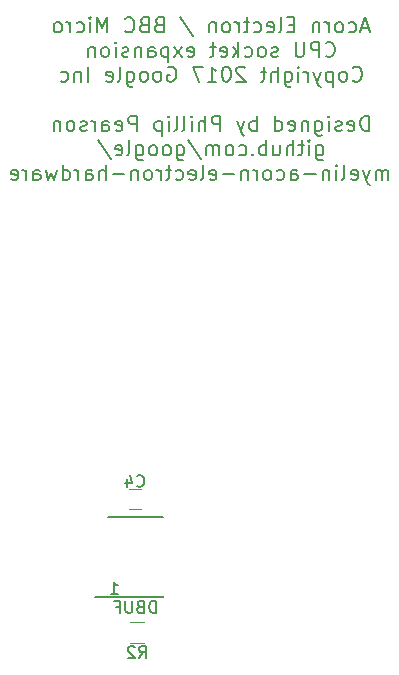
<source format=gbo>
G04 #@! TF.FileFunction,Legend,Bot*
%FSLAX46Y46*%
G04 Gerber Fmt 4.6, Leading zero omitted, Abs format (unit mm)*
G04 Created by KiCad (PCBNEW 4.0.6) date Saturday, October 28, 2017 'PMt' 04:50:48 PM*
%MOMM*%
%LPD*%
G01*
G04 APERTURE LIST*
%ADD10C,0.100000*%
%ADD11C,0.200000*%
%ADD12C,0.177800*%
%ADD13C,0.150000*%
%ADD14C,0.120000*%
G04 APERTURE END LIST*
D10*
D11*
X153354285Y-107222381D02*
X153925714Y-107222381D01*
X153640000Y-107222381D02*
X153640000Y-106222381D01*
X153735238Y-106365238D01*
X153830476Y-106460476D01*
X153925714Y-106508095D01*
D12*
X175194999Y-59343267D02*
X174590237Y-59343267D01*
X175315952Y-59706124D02*
X174892618Y-58436124D01*
X174469285Y-59706124D01*
X173501666Y-59645648D02*
X173622619Y-59706124D01*
X173864523Y-59706124D01*
X173985476Y-59645648D01*
X174045952Y-59585171D01*
X174106428Y-59464219D01*
X174106428Y-59101362D01*
X174045952Y-58980410D01*
X173985476Y-58919933D01*
X173864523Y-58859457D01*
X173622619Y-58859457D01*
X173501666Y-58919933D01*
X172775952Y-59706124D02*
X172896905Y-59645648D01*
X172957381Y-59585171D01*
X173017857Y-59464219D01*
X173017857Y-59101362D01*
X172957381Y-58980410D01*
X172896905Y-58919933D01*
X172775952Y-58859457D01*
X172594524Y-58859457D01*
X172473572Y-58919933D01*
X172413095Y-58980410D01*
X172352619Y-59101362D01*
X172352619Y-59464219D01*
X172413095Y-59585171D01*
X172473572Y-59645648D01*
X172594524Y-59706124D01*
X172775952Y-59706124D01*
X171808333Y-59706124D02*
X171808333Y-58859457D01*
X171808333Y-59101362D02*
X171747857Y-58980410D01*
X171687381Y-58919933D01*
X171566428Y-58859457D01*
X171445476Y-58859457D01*
X171022143Y-58859457D02*
X171022143Y-59706124D01*
X171022143Y-58980410D02*
X170961667Y-58919933D01*
X170840714Y-58859457D01*
X170659286Y-58859457D01*
X170538334Y-58919933D01*
X170477857Y-59040886D01*
X170477857Y-59706124D01*
X168905476Y-59040886D02*
X168482143Y-59040886D01*
X168300714Y-59706124D02*
X168905476Y-59706124D01*
X168905476Y-58436124D01*
X168300714Y-58436124D01*
X167574999Y-59706124D02*
X167695952Y-59645648D01*
X167756428Y-59524695D01*
X167756428Y-58436124D01*
X166607381Y-59645648D02*
X166728333Y-59706124D01*
X166970238Y-59706124D01*
X167091190Y-59645648D01*
X167151666Y-59524695D01*
X167151666Y-59040886D01*
X167091190Y-58919933D01*
X166970238Y-58859457D01*
X166728333Y-58859457D01*
X166607381Y-58919933D01*
X166546904Y-59040886D01*
X166546904Y-59161838D01*
X167151666Y-59282790D01*
X165458333Y-59645648D02*
X165579286Y-59706124D01*
X165821190Y-59706124D01*
X165942143Y-59645648D01*
X166002619Y-59585171D01*
X166063095Y-59464219D01*
X166063095Y-59101362D01*
X166002619Y-58980410D01*
X165942143Y-58919933D01*
X165821190Y-58859457D01*
X165579286Y-58859457D01*
X165458333Y-58919933D01*
X165095477Y-58859457D02*
X164611667Y-58859457D01*
X164914048Y-58436124D02*
X164914048Y-59524695D01*
X164853572Y-59645648D01*
X164732619Y-59706124D01*
X164611667Y-59706124D01*
X164188334Y-59706124D02*
X164188334Y-58859457D01*
X164188334Y-59101362D02*
X164127858Y-58980410D01*
X164067382Y-58919933D01*
X163946429Y-58859457D01*
X163825477Y-58859457D01*
X163220715Y-59706124D02*
X163341668Y-59645648D01*
X163402144Y-59585171D01*
X163462620Y-59464219D01*
X163462620Y-59101362D01*
X163402144Y-58980410D01*
X163341668Y-58919933D01*
X163220715Y-58859457D01*
X163039287Y-58859457D01*
X162918335Y-58919933D01*
X162857858Y-58980410D01*
X162797382Y-59101362D01*
X162797382Y-59464219D01*
X162857858Y-59585171D01*
X162918335Y-59645648D01*
X163039287Y-59706124D01*
X163220715Y-59706124D01*
X162253096Y-58859457D02*
X162253096Y-59706124D01*
X162253096Y-58980410D02*
X162192620Y-58919933D01*
X162071667Y-58859457D01*
X161890239Y-58859457D01*
X161769287Y-58919933D01*
X161708810Y-59040886D01*
X161708810Y-59706124D01*
X159229286Y-58375648D02*
X160317858Y-60008505D01*
X157415001Y-59040886D02*
X157233572Y-59101362D01*
X157173096Y-59161838D01*
X157112620Y-59282790D01*
X157112620Y-59464219D01*
X157173096Y-59585171D01*
X157233572Y-59645648D01*
X157354525Y-59706124D01*
X157838334Y-59706124D01*
X157838334Y-58436124D01*
X157415001Y-58436124D01*
X157294048Y-58496600D01*
X157233572Y-58557076D01*
X157173096Y-58678029D01*
X157173096Y-58798981D01*
X157233572Y-58919933D01*
X157294048Y-58980410D01*
X157415001Y-59040886D01*
X157838334Y-59040886D01*
X156145001Y-59040886D02*
X155963572Y-59101362D01*
X155903096Y-59161838D01*
X155842620Y-59282790D01*
X155842620Y-59464219D01*
X155903096Y-59585171D01*
X155963572Y-59645648D01*
X156084525Y-59706124D01*
X156568334Y-59706124D01*
X156568334Y-58436124D01*
X156145001Y-58436124D01*
X156024048Y-58496600D01*
X155963572Y-58557076D01*
X155903096Y-58678029D01*
X155903096Y-58798981D01*
X155963572Y-58919933D01*
X156024048Y-58980410D01*
X156145001Y-59040886D01*
X156568334Y-59040886D01*
X154572620Y-59585171D02*
X154633096Y-59645648D01*
X154814525Y-59706124D01*
X154935477Y-59706124D01*
X155116905Y-59645648D01*
X155237858Y-59524695D01*
X155298334Y-59403743D01*
X155358810Y-59161838D01*
X155358810Y-58980410D01*
X155298334Y-58738505D01*
X155237858Y-58617552D01*
X155116905Y-58496600D01*
X154935477Y-58436124D01*
X154814525Y-58436124D01*
X154633096Y-58496600D01*
X154572620Y-58557076D01*
X153060715Y-59706124D02*
X153060715Y-58436124D01*
X152637382Y-59343267D01*
X152214048Y-58436124D01*
X152214048Y-59706124D01*
X151609286Y-59706124D02*
X151609286Y-58859457D01*
X151609286Y-58436124D02*
X151669762Y-58496600D01*
X151609286Y-58557076D01*
X151548810Y-58496600D01*
X151609286Y-58436124D01*
X151609286Y-58557076D01*
X150460238Y-59645648D02*
X150581191Y-59706124D01*
X150823095Y-59706124D01*
X150944048Y-59645648D01*
X151004524Y-59585171D01*
X151065000Y-59464219D01*
X151065000Y-59101362D01*
X151004524Y-58980410D01*
X150944048Y-58919933D01*
X150823095Y-58859457D01*
X150581191Y-58859457D01*
X150460238Y-58919933D01*
X149915953Y-59706124D02*
X149915953Y-58859457D01*
X149915953Y-59101362D02*
X149855477Y-58980410D01*
X149795001Y-58919933D01*
X149674048Y-58859457D01*
X149553096Y-58859457D01*
X148948334Y-59706124D02*
X149069287Y-59645648D01*
X149129763Y-59585171D01*
X149190239Y-59464219D01*
X149190239Y-59101362D01*
X149129763Y-58980410D01*
X149069287Y-58919933D01*
X148948334Y-58859457D01*
X148766906Y-58859457D01*
X148645954Y-58919933D01*
X148585477Y-58980410D01*
X148525001Y-59101362D01*
X148525001Y-59464219D01*
X148585477Y-59585171D01*
X148645954Y-59645648D01*
X148766906Y-59706124D01*
X148948334Y-59706124D01*
X171536190Y-61667971D02*
X171596666Y-61728448D01*
X171778095Y-61788924D01*
X171899047Y-61788924D01*
X172080475Y-61728448D01*
X172201428Y-61607495D01*
X172261904Y-61486543D01*
X172322380Y-61244638D01*
X172322380Y-61063210D01*
X172261904Y-60821305D01*
X172201428Y-60700352D01*
X172080475Y-60579400D01*
X171899047Y-60518924D01*
X171778095Y-60518924D01*
X171596666Y-60579400D01*
X171536190Y-60639876D01*
X170991904Y-61788924D02*
X170991904Y-60518924D01*
X170508095Y-60518924D01*
X170387142Y-60579400D01*
X170326666Y-60639876D01*
X170266190Y-60760829D01*
X170266190Y-60942257D01*
X170326666Y-61063210D01*
X170387142Y-61123686D01*
X170508095Y-61184162D01*
X170991904Y-61184162D01*
X169721904Y-60518924D02*
X169721904Y-61547019D01*
X169661428Y-61667971D01*
X169600952Y-61728448D01*
X169479999Y-61788924D01*
X169238095Y-61788924D01*
X169117142Y-61728448D01*
X169056666Y-61667971D01*
X168996190Y-61547019D01*
X168996190Y-60518924D01*
X167484285Y-61728448D02*
X167363333Y-61788924D01*
X167121428Y-61788924D01*
X167000476Y-61728448D01*
X166940000Y-61607495D01*
X166940000Y-61547019D01*
X167000476Y-61426067D01*
X167121428Y-61365590D01*
X167302857Y-61365590D01*
X167423809Y-61305114D01*
X167484285Y-61184162D01*
X167484285Y-61123686D01*
X167423809Y-61002733D01*
X167302857Y-60942257D01*
X167121428Y-60942257D01*
X167000476Y-61002733D01*
X166214285Y-61788924D02*
X166335238Y-61728448D01*
X166395714Y-61667971D01*
X166456190Y-61547019D01*
X166456190Y-61184162D01*
X166395714Y-61063210D01*
X166335238Y-61002733D01*
X166214285Y-60942257D01*
X166032857Y-60942257D01*
X165911905Y-61002733D01*
X165851428Y-61063210D01*
X165790952Y-61184162D01*
X165790952Y-61547019D01*
X165851428Y-61667971D01*
X165911905Y-61728448D01*
X166032857Y-61788924D01*
X166214285Y-61788924D01*
X164702380Y-61728448D02*
X164823333Y-61788924D01*
X165065237Y-61788924D01*
X165186190Y-61728448D01*
X165246666Y-61667971D01*
X165307142Y-61547019D01*
X165307142Y-61184162D01*
X165246666Y-61063210D01*
X165186190Y-61002733D01*
X165065237Y-60942257D01*
X164823333Y-60942257D01*
X164702380Y-61002733D01*
X164158095Y-61788924D02*
X164158095Y-60518924D01*
X164037143Y-61305114D02*
X163674286Y-61788924D01*
X163674286Y-60942257D02*
X164158095Y-61426067D01*
X162646191Y-61728448D02*
X162767143Y-61788924D01*
X163009048Y-61788924D01*
X163130000Y-61728448D01*
X163190476Y-61607495D01*
X163190476Y-61123686D01*
X163130000Y-61002733D01*
X163009048Y-60942257D01*
X162767143Y-60942257D01*
X162646191Y-61002733D01*
X162585714Y-61123686D01*
X162585714Y-61244638D01*
X163190476Y-61365590D01*
X162222858Y-60942257D02*
X161739048Y-60942257D01*
X162041429Y-60518924D02*
X162041429Y-61607495D01*
X161980953Y-61728448D01*
X161860000Y-61788924D01*
X161739048Y-61788924D01*
X159864287Y-61728448D02*
X159985239Y-61788924D01*
X160227144Y-61788924D01*
X160348096Y-61728448D01*
X160408572Y-61607495D01*
X160408572Y-61123686D01*
X160348096Y-61002733D01*
X160227144Y-60942257D01*
X159985239Y-60942257D01*
X159864287Y-61002733D01*
X159803810Y-61123686D01*
X159803810Y-61244638D01*
X160408572Y-61365590D01*
X159380477Y-61788924D02*
X158715239Y-60942257D01*
X159380477Y-60942257D02*
X158715239Y-61788924D01*
X158231430Y-60942257D02*
X158231430Y-62212257D01*
X158231430Y-61002733D02*
X158110478Y-60942257D01*
X157868573Y-60942257D01*
X157747621Y-61002733D01*
X157687144Y-61063210D01*
X157626668Y-61184162D01*
X157626668Y-61547019D01*
X157687144Y-61667971D01*
X157747621Y-61728448D01*
X157868573Y-61788924D01*
X158110478Y-61788924D01*
X158231430Y-61728448D01*
X156538096Y-61788924D02*
X156538096Y-61123686D01*
X156598573Y-61002733D01*
X156719525Y-60942257D01*
X156961430Y-60942257D01*
X157082382Y-61002733D01*
X156538096Y-61728448D02*
X156659049Y-61788924D01*
X156961430Y-61788924D01*
X157082382Y-61728448D01*
X157142858Y-61607495D01*
X157142858Y-61486543D01*
X157082382Y-61365590D01*
X156961430Y-61305114D01*
X156659049Y-61305114D01*
X156538096Y-61244638D01*
X155933334Y-60942257D02*
X155933334Y-61788924D01*
X155933334Y-61063210D02*
X155872858Y-61002733D01*
X155751905Y-60942257D01*
X155570477Y-60942257D01*
X155449525Y-61002733D01*
X155389048Y-61123686D01*
X155389048Y-61788924D01*
X154844762Y-61728448D02*
X154723810Y-61788924D01*
X154481905Y-61788924D01*
X154360953Y-61728448D01*
X154300477Y-61607495D01*
X154300477Y-61547019D01*
X154360953Y-61426067D01*
X154481905Y-61365590D01*
X154663334Y-61365590D01*
X154784286Y-61305114D01*
X154844762Y-61184162D01*
X154844762Y-61123686D01*
X154784286Y-61002733D01*
X154663334Y-60942257D01*
X154481905Y-60942257D01*
X154360953Y-61002733D01*
X153756191Y-61788924D02*
X153756191Y-60942257D01*
X153756191Y-60518924D02*
X153816667Y-60579400D01*
X153756191Y-60639876D01*
X153695715Y-60579400D01*
X153756191Y-60518924D01*
X153756191Y-60639876D01*
X152970000Y-61788924D02*
X153090953Y-61728448D01*
X153151429Y-61667971D01*
X153211905Y-61547019D01*
X153211905Y-61184162D01*
X153151429Y-61063210D01*
X153090953Y-61002733D01*
X152970000Y-60942257D01*
X152788572Y-60942257D01*
X152667620Y-61002733D01*
X152607143Y-61063210D01*
X152546667Y-61184162D01*
X152546667Y-61547019D01*
X152607143Y-61667971D01*
X152667620Y-61728448D01*
X152788572Y-61788924D01*
X152970000Y-61788924D01*
X152002381Y-60942257D02*
X152002381Y-61788924D01*
X152002381Y-61063210D02*
X151941905Y-61002733D01*
X151820952Y-60942257D01*
X151639524Y-60942257D01*
X151518572Y-61002733D01*
X151458095Y-61123686D01*
X151458095Y-61788924D01*
X173834287Y-63750771D02*
X173894763Y-63811248D01*
X174076192Y-63871724D01*
X174197144Y-63871724D01*
X174378572Y-63811248D01*
X174499525Y-63690295D01*
X174560001Y-63569343D01*
X174620477Y-63327438D01*
X174620477Y-63146010D01*
X174560001Y-62904105D01*
X174499525Y-62783152D01*
X174378572Y-62662200D01*
X174197144Y-62601724D01*
X174076192Y-62601724D01*
X173894763Y-62662200D01*
X173834287Y-62722676D01*
X173108572Y-63871724D02*
X173229525Y-63811248D01*
X173290001Y-63750771D01*
X173350477Y-63629819D01*
X173350477Y-63266962D01*
X173290001Y-63146010D01*
X173229525Y-63085533D01*
X173108572Y-63025057D01*
X172927144Y-63025057D01*
X172806192Y-63085533D01*
X172745715Y-63146010D01*
X172685239Y-63266962D01*
X172685239Y-63629819D01*
X172745715Y-63750771D01*
X172806192Y-63811248D01*
X172927144Y-63871724D01*
X173108572Y-63871724D01*
X172140953Y-63025057D02*
X172140953Y-64295057D01*
X172140953Y-63085533D02*
X172020001Y-63025057D01*
X171778096Y-63025057D01*
X171657144Y-63085533D01*
X171596667Y-63146010D01*
X171536191Y-63266962D01*
X171536191Y-63629819D01*
X171596667Y-63750771D01*
X171657144Y-63811248D01*
X171778096Y-63871724D01*
X172020001Y-63871724D01*
X172140953Y-63811248D01*
X171112857Y-63025057D02*
X170810476Y-63871724D01*
X170508096Y-63025057D02*
X170810476Y-63871724D01*
X170931429Y-64174105D01*
X170991905Y-64234581D01*
X171112857Y-64295057D01*
X170024286Y-63871724D02*
X170024286Y-63025057D01*
X170024286Y-63266962D02*
X169963810Y-63146010D01*
X169903334Y-63085533D01*
X169782381Y-63025057D01*
X169661429Y-63025057D01*
X169238096Y-63871724D02*
X169238096Y-63025057D01*
X169238096Y-62601724D02*
X169298572Y-62662200D01*
X169238096Y-62722676D01*
X169177620Y-62662200D01*
X169238096Y-62601724D01*
X169238096Y-62722676D01*
X168089048Y-63025057D02*
X168089048Y-64053152D01*
X168149525Y-64174105D01*
X168210001Y-64234581D01*
X168330953Y-64295057D01*
X168512382Y-64295057D01*
X168633334Y-64234581D01*
X168089048Y-63811248D02*
X168210001Y-63871724D01*
X168451905Y-63871724D01*
X168572858Y-63811248D01*
X168633334Y-63750771D01*
X168693810Y-63629819D01*
X168693810Y-63266962D01*
X168633334Y-63146010D01*
X168572858Y-63085533D01*
X168451905Y-63025057D01*
X168210001Y-63025057D01*
X168089048Y-63085533D01*
X167484286Y-63871724D02*
X167484286Y-62601724D01*
X166940000Y-63871724D02*
X166940000Y-63206486D01*
X167000477Y-63085533D01*
X167121429Y-63025057D01*
X167302857Y-63025057D01*
X167423810Y-63085533D01*
X167484286Y-63146010D01*
X166516667Y-63025057D02*
X166032857Y-63025057D01*
X166335238Y-62601724D02*
X166335238Y-63690295D01*
X166274762Y-63811248D01*
X166153809Y-63871724D01*
X166032857Y-63871724D01*
X164702381Y-62722676D02*
X164641905Y-62662200D01*
X164520953Y-62601724D01*
X164218572Y-62601724D01*
X164097619Y-62662200D01*
X164037143Y-62722676D01*
X163976667Y-62843629D01*
X163976667Y-62964581D01*
X164037143Y-63146010D01*
X164762857Y-63871724D01*
X163976667Y-63871724D01*
X163190476Y-62601724D02*
X163069524Y-62601724D01*
X162948572Y-62662200D01*
X162888095Y-62722676D01*
X162827619Y-62843629D01*
X162767143Y-63085533D01*
X162767143Y-63387914D01*
X162827619Y-63629819D01*
X162888095Y-63750771D01*
X162948572Y-63811248D01*
X163069524Y-63871724D01*
X163190476Y-63871724D01*
X163311429Y-63811248D01*
X163371905Y-63750771D01*
X163432381Y-63629819D01*
X163492857Y-63387914D01*
X163492857Y-63085533D01*
X163432381Y-62843629D01*
X163371905Y-62722676D01*
X163311429Y-62662200D01*
X163190476Y-62601724D01*
X161557619Y-63871724D02*
X162283333Y-63871724D01*
X161920476Y-63871724D02*
X161920476Y-62601724D01*
X162041428Y-62783152D01*
X162162381Y-62904105D01*
X162283333Y-62964581D01*
X161134285Y-62601724D02*
X160287619Y-62601724D01*
X160831904Y-63871724D01*
X158170952Y-62662200D02*
X158291904Y-62601724D01*
X158473333Y-62601724D01*
X158654761Y-62662200D01*
X158775714Y-62783152D01*
X158836190Y-62904105D01*
X158896666Y-63146010D01*
X158896666Y-63327438D01*
X158836190Y-63569343D01*
X158775714Y-63690295D01*
X158654761Y-63811248D01*
X158473333Y-63871724D01*
X158352381Y-63871724D01*
X158170952Y-63811248D01*
X158110476Y-63750771D01*
X158110476Y-63327438D01*
X158352381Y-63327438D01*
X157384761Y-63871724D02*
X157505714Y-63811248D01*
X157566190Y-63750771D01*
X157626666Y-63629819D01*
X157626666Y-63266962D01*
X157566190Y-63146010D01*
X157505714Y-63085533D01*
X157384761Y-63025057D01*
X157203333Y-63025057D01*
X157082381Y-63085533D01*
X157021904Y-63146010D01*
X156961428Y-63266962D01*
X156961428Y-63629819D01*
X157021904Y-63750771D01*
X157082381Y-63811248D01*
X157203333Y-63871724D01*
X157384761Y-63871724D01*
X156235713Y-63871724D02*
X156356666Y-63811248D01*
X156417142Y-63750771D01*
X156477618Y-63629819D01*
X156477618Y-63266962D01*
X156417142Y-63146010D01*
X156356666Y-63085533D01*
X156235713Y-63025057D01*
X156054285Y-63025057D01*
X155933333Y-63085533D01*
X155872856Y-63146010D01*
X155812380Y-63266962D01*
X155812380Y-63629819D01*
X155872856Y-63750771D01*
X155933333Y-63811248D01*
X156054285Y-63871724D01*
X156235713Y-63871724D01*
X154723808Y-63025057D02*
X154723808Y-64053152D01*
X154784285Y-64174105D01*
X154844761Y-64234581D01*
X154965713Y-64295057D01*
X155147142Y-64295057D01*
X155268094Y-64234581D01*
X154723808Y-63811248D02*
X154844761Y-63871724D01*
X155086665Y-63871724D01*
X155207618Y-63811248D01*
X155268094Y-63750771D01*
X155328570Y-63629819D01*
X155328570Y-63266962D01*
X155268094Y-63146010D01*
X155207618Y-63085533D01*
X155086665Y-63025057D01*
X154844761Y-63025057D01*
X154723808Y-63085533D01*
X153937617Y-63871724D02*
X154058570Y-63811248D01*
X154119046Y-63690295D01*
X154119046Y-62601724D01*
X152969999Y-63811248D02*
X153090951Y-63871724D01*
X153332856Y-63871724D01*
X153453808Y-63811248D01*
X153514284Y-63690295D01*
X153514284Y-63206486D01*
X153453808Y-63085533D01*
X153332856Y-63025057D01*
X153090951Y-63025057D01*
X152969999Y-63085533D01*
X152909522Y-63206486D01*
X152909522Y-63327438D01*
X153514284Y-63448390D01*
X151397618Y-63871724D02*
X151397618Y-62601724D01*
X150792856Y-63025057D02*
X150792856Y-63871724D01*
X150792856Y-63146010D02*
X150732380Y-63085533D01*
X150611427Y-63025057D01*
X150429999Y-63025057D01*
X150309047Y-63085533D01*
X150248570Y-63206486D01*
X150248570Y-63871724D01*
X149099522Y-63811248D02*
X149220475Y-63871724D01*
X149462379Y-63871724D01*
X149583332Y-63811248D01*
X149643808Y-63750771D01*
X149704284Y-63629819D01*
X149704284Y-63266962D01*
X149643808Y-63146010D01*
X149583332Y-63085533D01*
X149462379Y-63025057D01*
X149220475Y-63025057D01*
X149099522Y-63085533D01*
X175195000Y-68037324D02*
X175195000Y-66767324D01*
X174892619Y-66767324D01*
X174711191Y-66827800D01*
X174590238Y-66948752D01*
X174529762Y-67069705D01*
X174469286Y-67311610D01*
X174469286Y-67493038D01*
X174529762Y-67734943D01*
X174590238Y-67855895D01*
X174711191Y-67976848D01*
X174892619Y-68037324D01*
X175195000Y-68037324D01*
X173441191Y-67976848D02*
X173562143Y-68037324D01*
X173804048Y-68037324D01*
X173925000Y-67976848D01*
X173985476Y-67855895D01*
X173985476Y-67372086D01*
X173925000Y-67251133D01*
X173804048Y-67190657D01*
X173562143Y-67190657D01*
X173441191Y-67251133D01*
X173380714Y-67372086D01*
X173380714Y-67493038D01*
X173985476Y-67613990D01*
X172896905Y-67976848D02*
X172775953Y-68037324D01*
X172534048Y-68037324D01*
X172413096Y-67976848D01*
X172352620Y-67855895D01*
X172352620Y-67795419D01*
X172413096Y-67674467D01*
X172534048Y-67613990D01*
X172715477Y-67613990D01*
X172836429Y-67553514D01*
X172896905Y-67432562D01*
X172896905Y-67372086D01*
X172836429Y-67251133D01*
X172715477Y-67190657D01*
X172534048Y-67190657D01*
X172413096Y-67251133D01*
X171808334Y-68037324D02*
X171808334Y-67190657D01*
X171808334Y-66767324D02*
X171868810Y-66827800D01*
X171808334Y-66888276D01*
X171747858Y-66827800D01*
X171808334Y-66767324D01*
X171808334Y-66888276D01*
X170659286Y-67190657D02*
X170659286Y-68218752D01*
X170719763Y-68339705D01*
X170780239Y-68400181D01*
X170901191Y-68460657D01*
X171082620Y-68460657D01*
X171203572Y-68400181D01*
X170659286Y-67976848D02*
X170780239Y-68037324D01*
X171022143Y-68037324D01*
X171143096Y-67976848D01*
X171203572Y-67916371D01*
X171264048Y-67795419D01*
X171264048Y-67432562D01*
X171203572Y-67311610D01*
X171143096Y-67251133D01*
X171022143Y-67190657D01*
X170780239Y-67190657D01*
X170659286Y-67251133D01*
X170054524Y-67190657D02*
X170054524Y-68037324D01*
X170054524Y-67311610D02*
X169994048Y-67251133D01*
X169873095Y-67190657D01*
X169691667Y-67190657D01*
X169570715Y-67251133D01*
X169510238Y-67372086D01*
X169510238Y-68037324D01*
X168421667Y-67976848D02*
X168542619Y-68037324D01*
X168784524Y-68037324D01*
X168905476Y-67976848D01*
X168965952Y-67855895D01*
X168965952Y-67372086D01*
X168905476Y-67251133D01*
X168784524Y-67190657D01*
X168542619Y-67190657D01*
X168421667Y-67251133D01*
X168361190Y-67372086D01*
X168361190Y-67493038D01*
X168965952Y-67613990D01*
X167272619Y-68037324D02*
X167272619Y-66767324D01*
X167272619Y-67976848D02*
X167393572Y-68037324D01*
X167635476Y-68037324D01*
X167756429Y-67976848D01*
X167816905Y-67916371D01*
X167877381Y-67795419D01*
X167877381Y-67432562D01*
X167816905Y-67311610D01*
X167756429Y-67251133D01*
X167635476Y-67190657D01*
X167393572Y-67190657D01*
X167272619Y-67251133D01*
X165700238Y-68037324D02*
X165700238Y-66767324D01*
X165700238Y-67251133D02*
X165579286Y-67190657D01*
X165337381Y-67190657D01*
X165216429Y-67251133D01*
X165155952Y-67311610D01*
X165095476Y-67432562D01*
X165095476Y-67795419D01*
X165155952Y-67916371D01*
X165216429Y-67976848D01*
X165337381Y-68037324D01*
X165579286Y-68037324D01*
X165700238Y-67976848D01*
X164672142Y-67190657D02*
X164369761Y-68037324D01*
X164067381Y-67190657D02*
X164369761Y-68037324D01*
X164490714Y-68339705D01*
X164551190Y-68400181D01*
X164672142Y-68460657D01*
X162615952Y-68037324D02*
X162615952Y-66767324D01*
X162132143Y-66767324D01*
X162011190Y-66827800D01*
X161950714Y-66888276D01*
X161890238Y-67009229D01*
X161890238Y-67190657D01*
X161950714Y-67311610D01*
X162011190Y-67372086D01*
X162132143Y-67432562D01*
X162615952Y-67432562D01*
X161345952Y-68037324D02*
X161345952Y-66767324D01*
X160801666Y-68037324D02*
X160801666Y-67372086D01*
X160862143Y-67251133D01*
X160983095Y-67190657D01*
X161164523Y-67190657D01*
X161285476Y-67251133D01*
X161345952Y-67311610D01*
X160196904Y-68037324D02*
X160196904Y-67190657D01*
X160196904Y-66767324D02*
X160257380Y-66827800D01*
X160196904Y-66888276D01*
X160136428Y-66827800D01*
X160196904Y-66767324D01*
X160196904Y-66888276D01*
X159410713Y-68037324D02*
X159531666Y-67976848D01*
X159592142Y-67855895D01*
X159592142Y-66767324D01*
X158745475Y-68037324D02*
X158866428Y-67976848D01*
X158926904Y-67855895D01*
X158926904Y-66767324D01*
X158261666Y-68037324D02*
X158261666Y-67190657D01*
X158261666Y-66767324D02*
X158322142Y-66827800D01*
X158261666Y-66888276D01*
X158201190Y-66827800D01*
X158261666Y-66767324D01*
X158261666Y-66888276D01*
X157656904Y-67190657D02*
X157656904Y-68460657D01*
X157656904Y-67251133D02*
X157535952Y-67190657D01*
X157294047Y-67190657D01*
X157173095Y-67251133D01*
X157112618Y-67311610D01*
X157052142Y-67432562D01*
X157052142Y-67795419D01*
X157112618Y-67916371D01*
X157173095Y-67976848D01*
X157294047Y-68037324D01*
X157535952Y-68037324D01*
X157656904Y-67976848D01*
X155540237Y-68037324D02*
X155540237Y-66767324D01*
X155056428Y-66767324D01*
X154935475Y-66827800D01*
X154874999Y-66888276D01*
X154814523Y-67009229D01*
X154814523Y-67190657D01*
X154874999Y-67311610D01*
X154935475Y-67372086D01*
X155056428Y-67432562D01*
X155540237Y-67432562D01*
X153786428Y-67976848D02*
X153907380Y-68037324D01*
X154149285Y-68037324D01*
X154270237Y-67976848D01*
X154330713Y-67855895D01*
X154330713Y-67372086D01*
X154270237Y-67251133D01*
X154149285Y-67190657D01*
X153907380Y-67190657D01*
X153786428Y-67251133D01*
X153725951Y-67372086D01*
X153725951Y-67493038D01*
X154330713Y-67613990D01*
X152637380Y-68037324D02*
X152637380Y-67372086D01*
X152697857Y-67251133D01*
X152818809Y-67190657D01*
X153060714Y-67190657D01*
X153181666Y-67251133D01*
X152637380Y-67976848D02*
X152758333Y-68037324D01*
X153060714Y-68037324D01*
X153181666Y-67976848D01*
X153242142Y-67855895D01*
X153242142Y-67734943D01*
X153181666Y-67613990D01*
X153060714Y-67553514D01*
X152758333Y-67553514D01*
X152637380Y-67493038D01*
X152032618Y-68037324D02*
X152032618Y-67190657D01*
X152032618Y-67432562D02*
X151972142Y-67311610D01*
X151911666Y-67251133D01*
X151790713Y-67190657D01*
X151669761Y-67190657D01*
X151306904Y-67976848D02*
X151185952Y-68037324D01*
X150944047Y-68037324D01*
X150823095Y-67976848D01*
X150762619Y-67855895D01*
X150762619Y-67795419D01*
X150823095Y-67674467D01*
X150944047Y-67613990D01*
X151125476Y-67613990D01*
X151246428Y-67553514D01*
X151306904Y-67432562D01*
X151306904Y-67372086D01*
X151246428Y-67251133D01*
X151125476Y-67190657D01*
X150944047Y-67190657D01*
X150823095Y-67251133D01*
X150036904Y-68037324D02*
X150157857Y-67976848D01*
X150218333Y-67916371D01*
X150278809Y-67795419D01*
X150278809Y-67432562D01*
X150218333Y-67311610D01*
X150157857Y-67251133D01*
X150036904Y-67190657D01*
X149855476Y-67190657D01*
X149734524Y-67251133D01*
X149674047Y-67311610D01*
X149613571Y-67432562D01*
X149613571Y-67795419D01*
X149674047Y-67916371D01*
X149734524Y-67976848D01*
X149855476Y-68037324D01*
X150036904Y-68037324D01*
X149069285Y-67190657D02*
X149069285Y-68037324D01*
X149069285Y-67311610D02*
X149008809Y-67251133D01*
X148887856Y-67190657D01*
X148706428Y-67190657D01*
X148585476Y-67251133D01*
X148524999Y-67372086D01*
X148524999Y-68037324D01*
X170750000Y-69273457D02*
X170750000Y-70301552D01*
X170810477Y-70422505D01*
X170870953Y-70482981D01*
X170991905Y-70543457D01*
X171173334Y-70543457D01*
X171294286Y-70482981D01*
X170750000Y-70059648D02*
X170870953Y-70120124D01*
X171112857Y-70120124D01*
X171233810Y-70059648D01*
X171294286Y-69999171D01*
X171354762Y-69878219D01*
X171354762Y-69515362D01*
X171294286Y-69394410D01*
X171233810Y-69333933D01*
X171112857Y-69273457D01*
X170870953Y-69273457D01*
X170750000Y-69333933D01*
X170145238Y-70120124D02*
X170145238Y-69273457D01*
X170145238Y-68850124D02*
X170205714Y-68910600D01*
X170145238Y-68971076D01*
X170084762Y-68910600D01*
X170145238Y-68850124D01*
X170145238Y-68971076D01*
X169721905Y-69273457D02*
X169238095Y-69273457D01*
X169540476Y-68850124D02*
X169540476Y-69938695D01*
X169480000Y-70059648D01*
X169359047Y-70120124D01*
X169238095Y-70120124D01*
X168814762Y-70120124D02*
X168814762Y-68850124D01*
X168270476Y-70120124D02*
X168270476Y-69454886D01*
X168330953Y-69333933D01*
X168451905Y-69273457D01*
X168633333Y-69273457D01*
X168754286Y-69333933D01*
X168814762Y-69394410D01*
X167121428Y-69273457D02*
X167121428Y-70120124D01*
X167665714Y-69273457D02*
X167665714Y-69938695D01*
X167605238Y-70059648D01*
X167484285Y-70120124D01*
X167302857Y-70120124D01*
X167181905Y-70059648D01*
X167121428Y-69999171D01*
X166516666Y-70120124D02*
X166516666Y-68850124D01*
X166516666Y-69333933D02*
X166395714Y-69273457D01*
X166153809Y-69273457D01*
X166032857Y-69333933D01*
X165972380Y-69394410D01*
X165911904Y-69515362D01*
X165911904Y-69878219D01*
X165972380Y-69999171D01*
X166032857Y-70059648D01*
X166153809Y-70120124D01*
X166395714Y-70120124D01*
X166516666Y-70059648D01*
X165367618Y-69999171D02*
X165307142Y-70059648D01*
X165367618Y-70120124D01*
X165428094Y-70059648D01*
X165367618Y-69999171D01*
X165367618Y-70120124D01*
X164218570Y-70059648D02*
X164339523Y-70120124D01*
X164581427Y-70120124D01*
X164702380Y-70059648D01*
X164762856Y-69999171D01*
X164823332Y-69878219D01*
X164823332Y-69515362D01*
X164762856Y-69394410D01*
X164702380Y-69333933D01*
X164581427Y-69273457D01*
X164339523Y-69273457D01*
X164218570Y-69333933D01*
X163492856Y-70120124D02*
X163613809Y-70059648D01*
X163674285Y-69999171D01*
X163734761Y-69878219D01*
X163734761Y-69515362D01*
X163674285Y-69394410D01*
X163613809Y-69333933D01*
X163492856Y-69273457D01*
X163311428Y-69273457D01*
X163190476Y-69333933D01*
X163129999Y-69394410D01*
X163069523Y-69515362D01*
X163069523Y-69878219D01*
X163129999Y-69999171D01*
X163190476Y-70059648D01*
X163311428Y-70120124D01*
X163492856Y-70120124D01*
X162525237Y-70120124D02*
X162525237Y-69273457D01*
X162525237Y-69394410D02*
X162464761Y-69333933D01*
X162343808Y-69273457D01*
X162162380Y-69273457D01*
X162041428Y-69333933D01*
X161980951Y-69454886D01*
X161980951Y-70120124D01*
X161980951Y-69454886D02*
X161920475Y-69333933D01*
X161799523Y-69273457D01*
X161618094Y-69273457D01*
X161497142Y-69333933D01*
X161436666Y-69454886D01*
X161436666Y-70120124D01*
X159924761Y-68789648D02*
X161013333Y-70422505D01*
X158957142Y-69273457D02*
X158957142Y-70301552D01*
X159017619Y-70422505D01*
X159078095Y-70482981D01*
X159199047Y-70543457D01*
X159380476Y-70543457D01*
X159501428Y-70482981D01*
X158957142Y-70059648D02*
X159078095Y-70120124D01*
X159319999Y-70120124D01*
X159440952Y-70059648D01*
X159501428Y-69999171D01*
X159561904Y-69878219D01*
X159561904Y-69515362D01*
X159501428Y-69394410D01*
X159440952Y-69333933D01*
X159319999Y-69273457D01*
X159078095Y-69273457D01*
X158957142Y-69333933D01*
X158170951Y-70120124D02*
X158291904Y-70059648D01*
X158352380Y-69999171D01*
X158412856Y-69878219D01*
X158412856Y-69515362D01*
X158352380Y-69394410D01*
X158291904Y-69333933D01*
X158170951Y-69273457D01*
X157989523Y-69273457D01*
X157868571Y-69333933D01*
X157808094Y-69394410D01*
X157747618Y-69515362D01*
X157747618Y-69878219D01*
X157808094Y-69999171D01*
X157868571Y-70059648D01*
X157989523Y-70120124D01*
X158170951Y-70120124D01*
X157021903Y-70120124D02*
X157142856Y-70059648D01*
X157203332Y-69999171D01*
X157263808Y-69878219D01*
X157263808Y-69515362D01*
X157203332Y-69394410D01*
X157142856Y-69333933D01*
X157021903Y-69273457D01*
X156840475Y-69273457D01*
X156719523Y-69333933D01*
X156659046Y-69394410D01*
X156598570Y-69515362D01*
X156598570Y-69878219D01*
X156659046Y-69999171D01*
X156719523Y-70059648D01*
X156840475Y-70120124D01*
X157021903Y-70120124D01*
X155509998Y-69273457D02*
X155509998Y-70301552D01*
X155570475Y-70422505D01*
X155630951Y-70482981D01*
X155751903Y-70543457D01*
X155933332Y-70543457D01*
X156054284Y-70482981D01*
X155509998Y-70059648D02*
X155630951Y-70120124D01*
X155872855Y-70120124D01*
X155993808Y-70059648D01*
X156054284Y-69999171D01*
X156114760Y-69878219D01*
X156114760Y-69515362D01*
X156054284Y-69394410D01*
X155993808Y-69333933D01*
X155872855Y-69273457D01*
X155630951Y-69273457D01*
X155509998Y-69333933D01*
X154723807Y-70120124D02*
X154844760Y-70059648D01*
X154905236Y-69938695D01*
X154905236Y-68850124D01*
X153756189Y-70059648D02*
X153877141Y-70120124D01*
X154119046Y-70120124D01*
X154239998Y-70059648D01*
X154300474Y-69938695D01*
X154300474Y-69454886D01*
X154239998Y-69333933D01*
X154119046Y-69273457D01*
X153877141Y-69273457D01*
X153756189Y-69333933D01*
X153695712Y-69454886D01*
X153695712Y-69575838D01*
X154300474Y-69696790D01*
X152244284Y-68789648D02*
X153332856Y-70422505D01*
X176858094Y-72202924D02*
X176858094Y-71356257D01*
X176858094Y-71477210D02*
X176797618Y-71416733D01*
X176676665Y-71356257D01*
X176495237Y-71356257D01*
X176374285Y-71416733D01*
X176313808Y-71537686D01*
X176313808Y-72202924D01*
X176313808Y-71537686D02*
X176253332Y-71416733D01*
X176132380Y-71356257D01*
X175950951Y-71356257D01*
X175829999Y-71416733D01*
X175769523Y-71537686D01*
X175769523Y-72202924D01*
X175285713Y-71356257D02*
X174983332Y-72202924D01*
X174680952Y-71356257D02*
X174983332Y-72202924D01*
X175104285Y-72505305D01*
X175164761Y-72565781D01*
X175285713Y-72626257D01*
X173713333Y-72142448D02*
X173834285Y-72202924D01*
X174076190Y-72202924D01*
X174197142Y-72142448D01*
X174257618Y-72021495D01*
X174257618Y-71537686D01*
X174197142Y-71416733D01*
X174076190Y-71356257D01*
X173834285Y-71356257D01*
X173713333Y-71416733D01*
X173652856Y-71537686D01*
X173652856Y-71658638D01*
X174257618Y-71779590D01*
X172927142Y-72202924D02*
X173048095Y-72142448D01*
X173108571Y-72021495D01*
X173108571Y-70932924D01*
X172443333Y-72202924D02*
X172443333Y-71356257D01*
X172443333Y-70932924D02*
X172503809Y-70993400D01*
X172443333Y-71053876D01*
X172382857Y-70993400D01*
X172443333Y-70932924D01*
X172443333Y-71053876D01*
X171838571Y-71356257D02*
X171838571Y-72202924D01*
X171838571Y-71477210D02*
X171778095Y-71416733D01*
X171657142Y-71356257D01*
X171475714Y-71356257D01*
X171354762Y-71416733D01*
X171294285Y-71537686D01*
X171294285Y-72202924D01*
X170689523Y-71719114D02*
X169721904Y-71719114D01*
X168572856Y-72202924D02*
X168572856Y-71537686D01*
X168633333Y-71416733D01*
X168754285Y-71356257D01*
X168996190Y-71356257D01*
X169117142Y-71416733D01*
X168572856Y-72142448D02*
X168693809Y-72202924D01*
X168996190Y-72202924D01*
X169117142Y-72142448D01*
X169177618Y-72021495D01*
X169177618Y-71900543D01*
X169117142Y-71779590D01*
X168996190Y-71719114D01*
X168693809Y-71719114D01*
X168572856Y-71658638D01*
X167423808Y-72142448D02*
X167544761Y-72202924D01*
X167786665Y-72202924D01*
X167907618Y-72142448D01*
X167968094Y-72081971D01*
X168028570Y-71961019D01*
X168028570Y-71598162D01*
X167968094Y-71477210D01*
X167907618Y-71416733D01*
X167786665Y-71356257D01*
X167544761Y-71356257D01*
X167423808Y-71416733D01*
X166698094Y-72202924D02*
X166819047Y-72142448D01*
X166879523Y-72081971D01*
X166939999Y-71961019D01*
X166939999Y-71598162D01*
X166879523Y-71477210D01*
X166819047Y-71416733D01*
X166698094Y-71356257D01*
X166516666Y-71356257D01*
X166395714Y-71416733D01*
X166335237Y-71477210D01*
X166274761Y-71598162D01*
X166274761Y-71961019D01*
X166335237Y-72081971D01*
X166395714Y-72142448D01*
X166516666Y-72202924D01*
X166698094Y-72202924D01*
X165730475Y-72202924D02*
X165730475Y-71356257D01*
X165730475Y-71598162D02*
X165669999Y-71477210D01*
X165609523Y-71416733D01*
X165488570Y-71356257D01*
X165367618Y-71356257D01*
X164944285Y-71356257D02*
X164944285Y-72202924D01*
X164944285Y-71477210D02*
X164883809Y-71416733D01*
X164762856Y-71356257D01*
X164581428Y-71356257D01*
X164460476Y-71416733D01*
X164399999Y-71537686D01*
X164399999Y-72202924D01*
X163795237Y-71719114D02*
X162827618Y-71719114D01*
X161739047Y-72142448D02*
X161859999Y-72202924D01*
X162101904Y-72202924D01*
X162222856Y-72142448D01*
X162283332Y-72021495D01*
X162283332Y-71537686D01*
X162222856Y-71416733D01*
X162101904Y-71356257D01*
X161859999Y-71356257D01*
X161739047Y-71416733D01*
X161678570Y-71537686D01*
X161678570Y-71658638D01*
X162283332Y-71779590D01*
X160952856Y-72202924D02*
X161073809Y-72142448D01*
X161134285Y-72021495D01*
X161134285Y-70932924D01*
X159985238Y-72142448D02*
X160106190Y-72202924D01*
X160348095Y-72202924D01*
X160469047Y-72142448D01*
X160529523Y-72021495D01*
X160529523Y-71537686D01*
X160469047Y-71416733D01*
X160348095Y-71356257D01*
X160106190Y-71356257D01*
X159985238Y-71416733D01*
X159924761Y-71537686D01*
X159924761Y-71658638D01*
X160529523Y-71779590D01*
X158836190Y-72142448D02*
X158957143Y-72202924D01*
X159199047Y-72202924D01*
X159320000Y-72142448D01*
X159380476Y-72081971D01*
X159440952Y-71961019D01*
X159440952Y-71598162D01*
X159380476Y-71477210D01*
X159320000Y-71416733D01*
X159199047Y-71356257D01*
X158957143Y-71356257D01*
X158836190Y-71416733D01*
X158473334Y-71356257D02*
X157989524Y-71356257D01*
X158291905Y-70932924D02*
X158291905Y-72021495D01*
X158231429Y-72142448D01*
X158110476Y-72202924D01*
X157989524Y-72202924D01*
X157566191Y-72202924D02*
X157566191Y-71356257D01*
X157566191Y-71598162D02*
X157505715Y-71477210D01*
X157445239Y-71416733D01*
X157324286Y-71356257D01*
X157203334Y-71356257D01*
X156598572Y-72202924D02*
X156719525Y-72142448D01*
X156780001Y-72081971D01*
X156840477Y-71961019D01*
X156840477Y-71598162D01*
X156780001Y-71477210D01*
X156719525Y-71416733D01*
X156598572Y-71356257D01*
X156417144Y-71356257D01*
X156296192Y-71416733D01*
X156235715Y-71477210D01*
X156175239Y-71598162D01*
X156175239Y-71961019D01*
X156235715Y-72081971D01*
X156296192Y-72142448D01*
X156417144Y-72202924D01*
X156598572Y-72202924D01*
X155630953Y-71356257D02*
X155630953Y-72202924D01*
X155630953Y-71477210D02*
X155570477Y-71416733D01*
X155449524Y-71356257D01*
X155268096Y-71356257D01*
X155147144Y-71416733D01*
X155086667Y-71537686D01*
X155086667Y-72202924D01*
X154481905Y-71719114D02*
X153514286Y-71719114D01*
X152909524Y-72202924D02*
X152909524Y-70932924D01*
X152365238Y-72202924D02*
X152365238Y-71537686D01*
X152425715Y-71416733D01*
X152546667Y-71356257D01*
X152728095Y-71356257D01*
X152849048Y-71416733D01*
X152909524Y-71477210D01*
X151216190Y-72202924D02*
X151216190Y-71537686D01*
X151276667Y-71416733D01*
X151397619Y-71356257D01*
X151639524Y-71356257D01*
X151760476Y-71416733D01*
X151216190Y-72142448D02*
X151337143Y-72202924D01*
X151639524Y-72202924D01*
X151760476Y-72142448D01*
X151820952Y-72021495D01*
X151820952Y-71900543D01*
X151760476Y-71779590D01*
X151639524Y-71719114D01*
X151337143Y-71719114D01*
X151216190Y-71658638D01*
X150611428Y-72202924D02*
X150611428Y-71356257D01*
X150611428Y-71598162D02*
X150550952Y-71477210D01*
X150490476Y-71416733D01*
X150369523Y-71356257D01*
X150248571Y-71356257D01*
X149280952Y-72202924D02*
X149280952Y-70932924D01*
X149280952Y-72142448D02*
X149401905Y-72202924D01*
X149643809Y-72202924D01*
X149764762Y-72142448D01*
X149825238Y-72081971D01*
X149885714Y-71961019D01*
X149885714Y-71598162D01*
X149825238Y-71477210D01*
X149764762Y-71416733D01*
X149643809Y-71356257D01*
X149401905Y-71356257D01*
X149280952Y-71416733D01*
X148797142Y-71356257D02*
X148555238Y-72202924D01*
X148313333Y-71598162D01*
X148071428Y-72202924D01*
X147829523Y-71356257D01*
X146801428Y-72202924D02*
X146801428Y-71537686D01*
X146861905Y-71416733D01*
X146982857Y-71356257D01*
X147224762Y-71356257D01*
X147345714Y-71416733D01*
X146801428Y-72142448D02*
X146922381Y-72202924D01*
X147224762Y-72202924D01*
X147345714Y-72142448D01*
X147406190Y-72021495D01*
X147406190Y-71900543D01*
X147345714Y-71779590D01*
X147224762Y-71719114D01*
X146922381Y-71719114D01*
X146801428Y-71658638D01*
X146196666Y-72202924D02*
X146196666Y-71356257D01*
X146196666Y-71598162D02*
X146136190Y-71477210D01*
X146075714Y-71416733D01*
X145954761Y-71356257D01*
X145833809Y-71356257D01*
X144926667Y-72142448D02*
X145047619Y-72202924D01*
X145289524Y-72202924D01*
X145410476Y-72142448D01*
X145470952Y-72021495D01*
X145470952Y-71537686D01*
X145410476Y-71416733D01*
X145289524Y-71356257D01*
X145047619Y-71356257D01*
X144926667Y-71416733D01*
X144866190Y-71537686D01*
X144866190Y-71658638D01*
X145470952Y-71779590D01*
D13*
X157775000Y-107535000D02*
X157775000Y-107435000D01*
X157775000Y-100710000D02*
X157775000Y-100735000D01*
X153125000Y-100710000D02*
X153125000Y-100735000D01*
X152050000Y-107535000D02*
X157775000Y-107535000D01*
X153125000Y-100710000D02*
X157775000Y-100710000D01*
D14*
X155890000Y-100050000D02*
X154890000Y-100050000D01*
X154890000Y-98350000D02*
X155890000Y-98350000D01*
X156180000Y-109640000D02*
X154980000Y-109640000D01*
X154980000Y-111400000D02*
X156180000Y-111400000D01*
D13*
X157164286Y-108837381D02*
X157164286Y-107837381D01*
X156926191Y-107837381D01*
X156783333Y-107885000D01*
X156688095Y-107980238D01*
X156640476Y-108075476D01*
X156592857Y-108265952D01*
X156592857Y-108408810D01*
X156640476Y-108599286D01*
X156688095Y-108694524D01*
X156783333Y-108789762D01*
X156926191Y-108837381D01*
X157164286Y-108837381D01*
X155830952Y-108313571D02*
X155688095Y-108361190D01*
X155640476Y-108408810D01*
X155592857Y-108504048D01*
X155592857Y-108646905D01*
X155640476Y-108742143D01*
X155688095Y-108789762D01*
X155783333Y-108837381D01*
X156164286Y-108837381D01*
X156164286Y-107837381D01*
X155830952Y-107837381D01*
X155735714Y-107885000D01*
X155688095Y-107932619D01*
X155640476Y-108027857D01*
X155640476Y-108123095D01*
X155688095Y-108218333D01*
X155735714Y-108265952D01*
X155830952Y-108313571D01*
X156164286Y-108313571D01*
X155164286Y-107837381D02*
X155164286Y-108646905D01*
X155116667Y-108742143D01*
X155069048Y-108789762D01*
X154973810Y-108837381D01*
X154783333Y-108837381D01*
X154688095Y-108789762D01*
X154640476Y-108742143D01*
X154592857Y-108646905D01*
X154592857Y-107837381D01*
X153783333Y-108313571D02*
X154116667Y-108313571D01*
X154116667Y-108837381D02*
X154116667Y-107837381D01*
X153640476Y-107837381D01*
X155556666Y-98097143D02*
X155604285Y-98144762D01*
X155747142Y-98192381D01*
X155842380Y-98192381D01*
X155985238Y-98144762D01*
X156080476Y-98049524D01*
X156128095Y-97954286D01*
X156175714Y-97763810D01*
X156175714Y-97620952D01*
X156128095Y-97430476D01*
X156080476Y-97335238D01*
X155985238Y-97240000D01*
X155842380Y-97192381D01*
X155747142Y-97192381D01*
X155604285Y-97240000D01*
X155556666Y-97287619D01*
X154699523Y-97525714D02*
X154699523Y-98192381D01*
X154937619Y-97144762D02*
X155175714Y-97859048D01*
X154556666Y-97859048D01*
X155746666Y-112672381D02*
X156080000Y-112196190D01*
X156318095Y-112672381D02*
X156318095Y-111672381D01*
X155937142Y-111672381D01*
X155841904Y-111720000D01*
X155794285Y-111767619D01*
X155746666Y-111862857D01*
X155746666Y-112005714D01*
X155794285Y-112100952D01*
X155841904Y-112148571D01*
X155937142Y-112196190D01*
X156318095Y-112196190D01*
X155365714Y-111767619D02*
X155318095Y-111720000D01*
X155222857Y-111672381D01*
X154984761Y-111672381D01*
X154889523Y-111720000D01*
X154841904Y-111767619D01*
X154794285Y-111862857D01*
X154794285Y-111958095D01*
X154841904Y-112100952D01*
X155413333Y-112672381D01*
X154794285Y-112672381D01*
M02*

</source>
